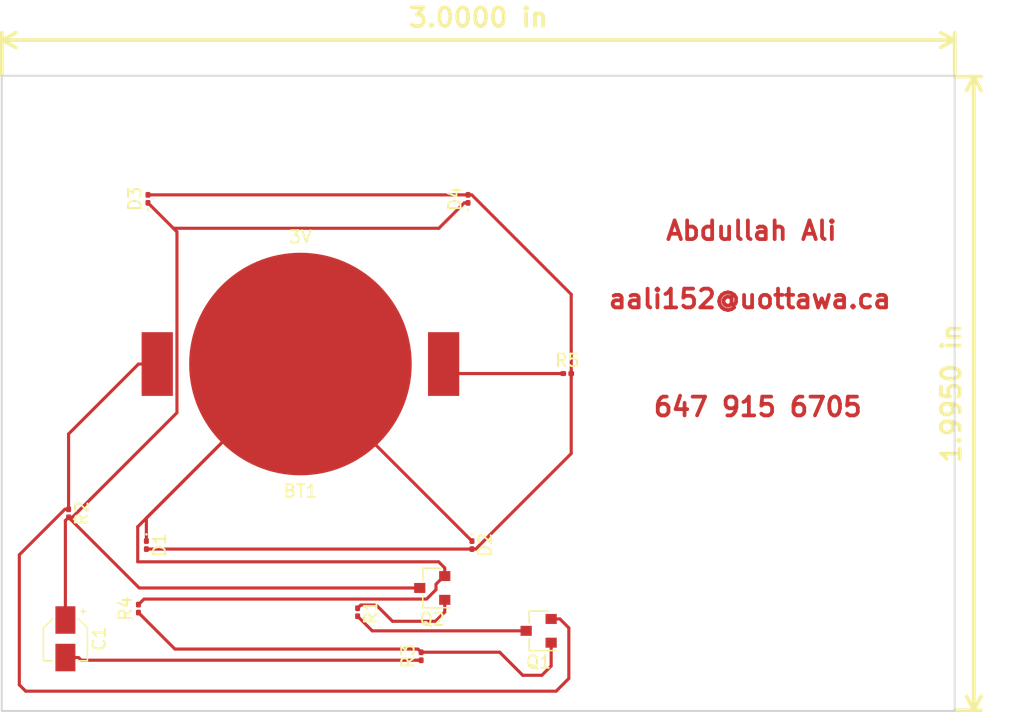
<source format=kicad_pcb>
(kicad_pcb (version 20171130) (host pcbnew "(5.0.2)-1")

  (general
    (thickness 1.6)
    (drawings 9)
    (tracks 74)
    (zones 0)
    (modules 13)
    (nets 9)
  )

  (page A4)
  (layers
    (0 F.Cu signal)
    (31 B.Cu signal hide)
    (32 B.Adhes user)
    (33 F.Adhes user hide)
    (34 B.Paste user hide)
    (35 F.Paste user hide)
    (36 B.SilkS user hide)
    (37 F.SilkS user)
    (38 B.Mask user hide)
    (39 F.Mask user hide)
    (40 Dwgs.User user hide)
    (41 Cmts.User user hide)
    (42 Eco1.User user hide)
    (43 Eco2.User user hide)
    (44 Edge.Cuts user)
    (45 Margin user hide)
    (46 B.CrtYd user hide)
    (47 F.CrtYd user)
    (48 B.Fab user hide)
    (49 F.Fab user hide)
  )

  (setup
    (last_trace_width 0.25)
    (trace_clearance 0.2)
    (zone_clearance 0.508)
    (zone_45_only no)
    (trace_min 0.2)
    (segment_width 0.2)
    (edge_width 0.15)
    (via_size 0.8)
    (via_drill 0.4)
    (via_min_size 0.4)
    (via_min_drill 0.3)
    (uvia_size 0.3)
    (uvia_drill 0.1)
    (uvias_allowed no)
    (uvia_min_size 0.2)
    (uvia_min_drill 0.1)
    (pcb_text_width 0.3)
    (pcb_text_size 1.5 1.5)
    (mod_edge_width 0.15)
    (mod_text_size 1 1)
    (mod_text_width 0.15)
    (pad_size 0.46 0.4)
    (pad_drill 0)
    (pad_to_mask_clearance 0.051)
    (solder_mask_min_width 0.25)
    (aux_axis_origin 0 0)
    (visible_elements 7FFFFFFF)
    (pcbplotparams
      (layerselection 0x010fc_ffffffff)
      (usegerberextensions false)
      (usegerberattributes false)
      (usegerberadvancedattributes false)
      (creategerberjobfile false)
      (excludeedgelayer true)
      (linewidth 0.100000)
      (plotframeref false)
      (viasonmask false)
      (mode 1)
      (useauxorigin false)
      (hpglpennumber 1)
      (hpglpenspeed 20)
      (hpglpendiameter 15.000000)
      (psnegative false)
      (psa4output false)
      (plotreference true)
      (plotvalue true)
      (plotinvisibletext false)
      (padsonsilk false)
      (subtractmaskfromsilk false)
      (outputformat 1)
      (mirror false)
      (drillshape 1)
      (scaleselection 1)
      (outputdirectory ""))
  )

  (net 0 "")
  (net 1 VDD)
  (net 2 GND)
  (net 3 "Net-(C1-Pad2)")
  (net 4 "Net-(D1-Pad2)")
  (net 5 "Net-(Q1-Pad1)")
  (net 6 "Net-(Q1-Pad3)")
  (net 7 "Net-(Q2-Pad1)")
  (net 8 "Net-(C1-Pad1)")

  (net_class Default "This is the default net class."
    (clearance 0.2)
    (trace_width 0.25)
    (via_dia 0.8)
    (via_drill 0.4)
    (uvia_dia 0.3)
    (uvia_drill 0.1)
    (add_net GND)
    (add_net "Net-(C1-Pad1)")
    (add_net "Net-(C1-Pad2)")
    (add_net "Net-(D1-Pad2)")
    (add_net "Net-(Q1-Pad1)")
    (add_net "Net-(Q1-Pad3)")
    (add_net "Net-(Q2-Pad1)")
    (add_net VDD)
  )

  (module CardElements:CR2032_HOLDER (layer F.Cu) (tedit 54CCE85E) (tstamp 5C606F4A)
    (at 103.886 83.058)
    (descr http://www.mouser.com/ds/2/238/bat-hld-001-220194.pdf)
    (tags "Linx Battery Holder 2032 bat-hld-001")
    (path /5C45F109)
    (fp_text reference BT1 (at 0 10.16) (layer F.SilkS)
      (effects (font (size 1 1) (thickness 0.15)))
    )
    (fp_text value 3V (at 0 -10.16) (layer F.SilkS)
      (effects (font (size 1 1) (thickness 0.15)))
    )
    (pad 1 smd rect (at -11.45 0) (size 2.5 5.1) (layers F.Cu F.Paste F.Mask)
      (net 1 VDD))
    (pad 1 smd rect (at 11.45 0) (size 2.5 5.1) (layers F.Cu F.Paste F.Mask)
      (net 1 VDD))
    (pad 2 smd circle (at 0 0) (size 17.8 17.8) (layers F.Cu F.Paste F.Mask)
      (net 2 GND))
  )

  (module Capacitor_SMD:CP_Elec_3x5.3 (layer F.Cu) (tedit 5B303299) (tstamp 5C606F6E)
    (at 85.09 105.029 270)
    (descr "SMT capacitor, aluminium electrolytic, 3x5.3, Cornell Dubilier Electronics ")
    (tags "Capacitor Electrolytic")
    (path /5C45EB8F)
    (attr smd)
    (fp_text reference C1 (at 0 -2.7 270) (layer F.SilkS)
      (effects (font (size 1 1) (thickness 0.15)))
    )
    (fp_text value 47nF (at 0 2.7 270) (layer F.Fab)
      (effects (font (size 1 1) (thickness 0.15)))
    )
    (fp_circle (center 0 0) (end 1.5 0) (layer F.Fab) (width 0.1))
    (fp_line (start 1.65 -1.65) (end 1.65 1.65) (layer F.Fab) (width 0.1))
    (fp_line (start -0.825 -1.65) (end 1.65 -1.65) (layer F.Fab) (width 0.1))
    (fp_line (start -0.825 1.65) (end 1.65 1.65) (layer F.Fab) (width 0.1))
    (fp_line (start -1.65 -0.825) (end -1.65 0.825) (layer F.Fab) (width 0.1))
    (fp_line (start -1.65 -0.825) (end -0.825 -1.65) (layer F.Fab) (width 0.1))
    (fp_line (start -1.65 0.825) (end -0.825 1.65) (layer F.Fab) (width 0.1))
    (fp_line (start -1.110469 -0.8) (end -0.810469 -0.8) (layer F.Fab) (width 0.1))
    (fp_line (start -0.960469 -0.95) (end -0.960469 -0.65) (layer F.Fab) (width 0.1))
    (fp_line (start 1.76 1.76) (end 1.76 1.06) (layer F.SilkS) (width 0.12))
    (fp_line (start 1.76 -1.76) (end 1.76 -1.06) (layer F.SilkS) (width 0.12))
    (fp_line (start -0.870563 -1.76) (end 1.76 -1.76) (layer F.SilkS) (width 0.12))
    (fp_line (start -0.870563 1.76) (end 1.76 1.76) (layer F.SilkS) (width 0.12))
    (fp_line (start -1.570563 -1.06) (end -0.870563 -1.76) (layer F.SilkS) (width 0.12))
    (fp_line (start -1.570563 1.06) (end -0.870563 1.76) (layer F.SilkS) (width 0.12))
    (fp_line (start -2.375 -1.435) (end -2 -1.435) (layer F.SilkS) (width 0.12))
    (fp_line (start -2.1875 -1.6225) (end -2.1875 -1.2475) (layer F.SilkS) (width 0.12))
    (fp_line (start 1.9 -1.9) (end 1.9 -1.05) (layer F.CrtYd) (width 0.05))
    (fp_line (start 1.9 -1.05) (end 2.85 -1.05) (layer F.CrtYd) (width 0.05))
    (fp_line (start 2.85 -1.05) (end 2.85 1.05) (layer F.CrtYd) (width 0.05))
    (fp_line (start 2.85 1.05) (end 1.9 1.05) (layer F.CrtYd) (width 0.05))
    (fp_line (start 1.9 1.05) (end 1.9 1.9) (layer F.CrtYd) (width 0.05))
    (fp_line (start -0.93 1.9) (end 1.9 1.9) (layer F.CrtYd) (width 0.05))
    (fp_line (start -0.93 -1.9) (end 1.9 -1.9) (layer F.CrtYd) (width 0.05))
    (fp_line (start -1.78 1.05) (end -0.93 1.9) (layer F.CrtYd) (width 0.05))
    (fp_line (start -1.78 -1.05) (end -0.93 -1.9) (layer F.CrtYd) (width 0.05))
    (fp_line (start -1.78 -1.05) (end -2.85 -1.05) (layer F.CrtYd) (width 0.05))
    (fp_line (start -2.85 -1.05) (end -2.85 1.05) (layer F.CrtYd) (width 0.05))
    (fp_line (start -2.85 1.05) (end -1.78 1.05) (layer F.CrtYd) (width 0.05))
    (fp_text user %R (at 0 0 270) (layer F.Fab)
      (effects (font (size 0.6 0.6) (thickness 0.09)))
    )
    (pad 1 smd rect (at -1.5 0 270) (size 2.2 1.6) (layers F.Cu F.Paste F.Mask)
      (net 8 "Net-(C1-Pad1)"))
    (pad 2 smd rect (at 1.5 0 270) (size 2.2 1.6) (layers F.Cu F.Paste F.Mask)
      (net 3 "Net-(C1-Pad2)"))
    (model ${KISYS3DMOD}/Capacitor_SMD.3dshapes/CP_Elec_3x5.3.wrl
      (at (xyz 0 0 0))
      (scale (xyz 1 1 1))
      (rotate (xyz 0 0 0))
    )
  )

  (module LED_SMD:LED_0201_0603Metric (layer F.Cu) (tedit 5B301BBE) (tstamp 5C606F82)
    (at 91.567 97.536 270)
    (descr "LED SMD 0201 (0603 Metric), square (rectangular) end terminal, IPC_7351 nominal, (Body size source: https://www.vishay.com/docs/20052/crcw0201e3.pdf), generated with kicad-footprint-generator")
    (tags LED)
    (path /5C45EC37)
    (attr smd)
    (fp_text reference D1 (at 0 -1.05 270) (layer F.SilkS)
      (effects (font (size 1 1) (thickness 0.15)))
    )
    (fp_text value LED (at 0 1.05 270) (layer F.Fab)
      (effects (font (size 1 1) (thickness 0.15)))
    )
    (fp_circle (center -0.86 0) (end -0.81 0) (layer F.SilkS) (width 0.1))
    (fp_line (start -0.3 0.15) (end -0.3 -0.15) (layer F.Fab) (width 0.1))
    (fp_line (start -0.3 -0.15) (end 0.3 -0.15) (layer F.Fab) (width 0.1))
    (fp_line (start 0.3 -0.15) (end 0.3 0.15) (layer F.Fab) (width 0.1))
    (fp_line (start 0.3 0.15) (end -0.3 0.15) (layer F.Fab) (width 0.1))
    (fp_line (start -0.2 0.15) (end -0.2 -0.15) (layer F.Fab) (width 0.1))
    (fp_line (start -0.1 0.15) (end -0.1 -0.15) (layer F.Fab) (width 0.1))
    (fp_line (start -0.7 0.35) (end -0.7 -0.35) (layer F.CrtYd) (width 0.05))
    (fp_line (start -0.7 -0.35) (end 0.7 -0.35) (layer F.CrtYd) (width 0.05))
    (fp_line (start 0.7 -0.35) (end 0.7 0.35) (layer F.CrtYd) (width 0.05))
    (fp_line (start 0.7 0.35) (end -0.7 0.35) (layer F.CrtYd) (width 0.05))
    (fp_text user %R (at 0 -0.68 270) (layer F.Fab)
      (effects (font (size 0.25 0.25) (thickness 0.04)))
    )
    (pad "" smd roundrect (at -0.345 0 270) (size 0.318 0.36) (layers F.Paste) (roundrect_rratio 0.25))
    (pad "" smd roundrect (at 0.345 0 270) (size 0.318 0.36) (layers F.Paste) (roundrect_rratio 0.25))
    (pad 1 smd roundrect (at -0.32 0 270) (size 0.46 0.4) (layers F.Cu F.Mask) (roundrect_rratio 0.25)
      (net 8 "Net-(C1-Pad1)"))
    (pad 2 smd roundrect (at 0.32 0 270) (size 0.46 0.4) (layers F.Cu F.Mask) (roundrect_rratio 0.25)
      (net 4 "Net-(D1-Pad2)"))
    (model ${KISYS3DMOD}/LED_SMD.3dshapes/LED_0201_0603Metric.wrl
      (at (xyz 0 0 0))
      (scale (xyz 1 1 1))
      (rotate (xyz 0 0 0))
    )
  )

  (module LED_SMD:LED_0201_0603Metric (layer F.Cu) (tedit 5B301BBE) (tstamp 5C606F96)
    (at 117.602 97.536 270)
    (descr "LED SMD 0201 (0603 Metric), square (rectangular) end terminal, IPC_7351 nominal, (Body size source: https://www.vishay.com/docs/20052/crcw0201e3.pdf), generated with kicad-footprint-generator")
    (tags LED)
    (path /5C45EDB9)
    (attr smd)
    (fp_text reference D2 (at 0 -1.05 270) (layer F.SilkS)
      (effects (font (size 1 1) (thickness 0.15)))
    )
    (fp_text value LED (at 0 1.05 270) (layer F.Fab)
      (effects (font (size 1 1) (thickness 0.15)))
    )
    (fp_circle (center -0.86 0) (end -0.81 0) (layer F.SilkS) (width 0.1))
    (fp_line (start -0.3 0.15) (end -0.3 -0.15) (layer F.Fab) (width 0.1))
    (fp_line (start -0.3 -0.15) (end 0.3 -0.15) (layer F.Fab) (width 0.1))
    (fp_line (start 0.3 -0.15) (end 0.3 0.15) (layer F.Fab) (width 0.1))
    (fp_line (start 0.3 0.15) (end -0.3 0.15) (layer F.Fab) (width 0.1))
    (fp_line (start -0.2 0.15) (end -0.2 -0.15) (layer F.Fab) (width 0.1))
    (fp_line (start -0.1 0.15) (end -0.1 -0.15) (layer F.Fab) (width 0.1))
    (fp_line (start -0.7 0.35) (end -0.7 -0.35) (layer F.CrtYd) (width 0.05))
    (fp_line (start -0.7 -0.35) (end 0.7 -0.35) (layer F.CrtYd) (width 0.05))
    (fp_line (start 0.7 -0.35) (end 0.7 0.35) (layer F.CrtYd) (width 0.05))
    (fp_line (start 0.7 0.35) (end -0.7 0.35) (layer F.CrtYd) (width 0.05))
    (fp_text user %R (at 0 -0.68 270) (layer F.Fab)
      (effects (font (size 0.25 0.25) (thickness 0.04)))
    )
    (pad "" smd roundrect (at -0.345 0 270) (size 0.318 0.36) (layers F.Paste) (roundrect_rratio 0.25))
    (pad "" smd roundrect (at 0.345 0 270) (size 0.318 0.36) (layers F.Paste) (roundrect_rratio 0.25))
    (pad 1 smd roundrect (at -0.32 0 270) (size 0.46 0.4) (layers F.Cu F.Mask) (roundrect_rratio 0.25)
      (net 8 "Net-(C1-Pad1)"))
    (pad 2 smd roundrect (at 0.32 0 270) (size 0.46 0.4) (layers F.Cu F.Mask) (roundrect_rratio 0.25)
      (net 4 "Net-(D1-Pad2)"))
    (model ${KISYS3DMOD}/LED_SMD.3dshapes/LED_0201_0603Metric.wrl
      (at (xyz 0 0 0))
      (scale (xyz 1 1 1))
      (rotate (xyz 0 0 0))
    )
  )

  (module LED_SMD:LED_0201_0603Metric (layer F.Cu) (tedit 5C49B351) (tstamp 5C606FAA)
    (at 91.694 69.85 90)
    (descr "LED SMD 0201 (0603 Metric), square (rectangular) end terminal, IPC_7351 nominal, (Body size source: https://www.vishay.com/docs/20052/crcw0201e3.pdf), generated with kicad-footprint-generator")
    (tags LED)
    (path /5C45ED1C)
    (attr smd)
    (fp_text reference D3 (at 0 -1.05 90) (layer F.SilkS)
      (effects (font (size 1 1) (thickness 0.15)))
    )
    (fp_text value LED (at 0 1.05 90) (layer F.Fab)
      (effects (font (size 1 1) (thickness 0.15)))
    )
    (fp_text user %R (at 0 -0.68 90) (layer F.Fab)
      (effects (font (size 0.25 0.25) (thickness 0.04)))
    )
    (fp_line (start 0.7 0.35) (end -0.7 0.35) (layer F.CrtYd) (width 0.05))
    (fp_line (start 0.7 -0.35) (end 0.7 0.35) (layer F.CrtYd) (width 0.05))
    (fp_line (start -0.7 -0.35) (end 0.7 -0.35) (layer F.CrtYd) (width 0.05))
    (fp_line (start -0.7 0.35) (end -0.7 -0.35) (layer F.CrtYd) (width 0.05))
    (fp_line (start -0.1 0.15) (end -0.1 -0.15) (layer F.Fab) (width 0.1))
    (fp_line (start -0.2 0.15) (end -0.2 -0.15) (layer F.Fab) (width 0.1))
    (fp_line (start 0.3 0.15) (end -0.3 0.15) (layer F.Fab) (width 0.1))
    (fp_line (start 0.3 -0.15) (end 0.3 0.15) (layer F.Fab) (width 0.1))
    (fp_line (start -0.3 -0.15) (end 0.3 -0.15) (layer F.Fab) (width 0.1))
    (fp_line (start -0.3 0.15) (end -0.3 -0.15) (layer F.Fab) (width 0.1))
    (fp_circle (center -0.86 0) (end -0.81 0) (layer F.SilkS) (width 0.1))
    (pad 2 smd roundrect (at 0.32 0 90) (size 0.46 0.4) (layers F.Cu F.Mask) (roundrect_rratio 0.25)
      (net 4 "Net-(D1-Pad2)"))
    (pad 1 smd roundrect (at -0.32 0 90) (size 0.46 0.4) (layers F.Cu F.Mask) (roundrect_rratio 0.25)
      (net 8 "Net-(C1-Pad1)"))
    (pad "" smd roundrect (at 0.345 0 90) (size 0.318 0.36) (layers F.Paste) (roundrect_rratio 0.25))
    (pad "" smd roundrect (at -0.345 0 90) (size 0.318 0.36) (layers F.Paste) (roundrect_rratio 0.25))
    (model ${KISYS3DMOD}/LED_SMD.3dshapes/LED_0201_0603Metric.wrl
      (at (xyz 0 0 0))
      (scale (xyz 1 1 1))
      (rotate (xyz 0 0 0))
    )
  )

  (module LED_SMD:LED_0201_0603Metric (layer F.Cu) (tedit 5B301BBE) (tstamp 5C606FBE)
    (at 117.287 69.85 90)
    (descr "LED SMD 0201 (0603 Metric), square (rectangular) end terminal, IPC_7351 nominal, (Body size source: https://www.vishay.com/docs/20052/crcw0201e3.pdf), generated with kicad-footprint-generator")
    (tags LED)
    (path /5C45EE19)
    (attr smd)
    (fp_text reference D4 (at 0 -1.05 90) (layer F.SilkS)
      (effects (font (size 1 1) (thickness 0.15)))
    )
    (fp_text value LED (at 0 1.05 90) (layer F.Fab)
      (effects (font (size 1 1) (thickness 0.15)))
    )
    (fp_text user %R (at 0 -0.68 90) (layer F.Fab)
      (effects (font (size 0.25 0.25) (thickness 0.04)))
    )
    (fp_line (start 0.7 0.35) (end -0.7 0.35) (layer F.CrtYd) (width 0.05))
    (fp_line (start 0.7 -0.35) (end 0.7 0.35) (layer F.CrtYd) (width 0.05))
    (fp_line (start -0.7 -0.35) (end 0.7 -0.35) (layer F.CrtYd) (width 0.05))
    (fp_line (start -0.7 0.35) (end -0.7 -0.35) (layer F.CrtYd) (width 0.05))
    (fp_line (start -0.1 0.15) (end -0.1 -0.15) (layer F.Fab) (width 0.1))
    (fp_line (start -0.2 0.15) (end -0.2 -0.15) (layer F.Fab) (width 0.1))
    (fp_line (start 0.3 0.15) (end -0.3 0.15) (layer F.Fab) (width 0.1))
    (fp_line (start 0.3 -0.15) (end 0.3 0.15) (layer F.Fab) (width 0.1))
    (fp_line (start -0.3 -0.15) (end 0.3 -0.15) (layer F.Fab) (width 0.1))
    (fp_line (start -0.3 0.15) (end -0.3 -0.15) (layer F.Fab) (width 0.1))
    (fp_circle (center -0.86 0) (end -0.81 0) (layer F.SilkS) (width 0.1))
    (pad 2 smd roundrect (at 0.32 0 90) (size 0.46 0.4) (layers F.Cu F.Mask) (roundrect_rratio 0.25)
      (net 4 "Net-(D1-Pad2)"))
    (pad 1 smd roundrect (at -0.32 0 90) (size 0.46 0.4) (layers F.Cu F.Mask) (roundrect_rratio 0.25)
      (net 8 "Net-(C1-Pad1)"))
    (pad "" smd roundrect (at 0.345 0 90) (size 0.318 0.36) (layers F.Paste) (roundrect_rratio 0.25))
    (pad "" smd roundrect (at -0.345 0 90) (size 0.318 0.36) (layers F.Paste) (roundrect_rratio 0.25))
    (model ${KISYS3DMOD}/LED_SMD.3dshapes/LED_0201_0603Metric.wrl
      (at (xyz 0 0 0))
      (scale (xyz 1 1 1))
      (rotate (xyz 0 0 0))
    )
  )

  (module Package_TO_SOT_SMD:SOT-23 (layer F.Cu) (tedit 5A02FF57) (tstamp 5C607892)
    (at 122.936 104.394 180)
    (descr "SOT-23, Standard")
    (tags SOT-23)
    (path /5C45EF17)
    (attr smd)
    (fp_text reference Q1 (at 0 -2.5 180) (layer F.SilkS)
      (effects (font (size 1 1) (thickness 0.15)))
    )
    (fp_text value BC807 (at 0 2.5 180) (layer F.Fab)
      (effects (font (size 1 1) (thickness 0.15)))
    )
    (fp_text user %R (at 0 0 -90) (layer F.Fab)
      (effects (font (size 0.5 0.5) (thickness 0.075)))
    )
    (fp_line (start -0.7 -0.95) (end -0.7 1.5) (layer F.Fab) (width 0.1))
    (fp_line (start -0.15 -1.52) (end 0.7 -1.52) (layer F.Fab) (width 0.1))
    (fp_line (start -0.7 -0.95) (end -0.15 -1.52) (layer F.Fab) (width 0.1))
    (fp_line (start 0.7 -1.52) (end 0.7 1.52) (layer F.Fab) (width 0.1))
    (fp_line (start -0.7 1.52) (end 0.7 1.52) (layer F.Fab) (width 0.1))
    (fp_line (start 0.76 1.58) (end 0.76 0.65) (layer F.SilkS) (width 0.12))
    (fp_line (start 0.76 -1.58) (end 0.76 -0.65) (layer F.SilkS) (width 0.12))
    (fp_line (start -1.7 -1.75) (end 1.7 -1.75) (layer F.CrtYd) (width 0.05))
    (fp_line (start 1.7 -1.75) (end 1.7 1.75) (layer F.CrtYd) (width 0.05))
    (fp_line (start 1.7 1.75) (end -1.7 1.75) (layer F.CrtYd) (width 0.05))
    (fp_line (start -1.7 1.75) (end -1.7 -1.75) (layer F.CrtYd) (width 0.05))
    (fp_line (start 0.76 -1.58) (end -1.4 -1.58) (layer F.SilkS) (width 0.12))
    (fp_line (start 0.76 1.58) (end -0.7 1.58) (layer F.SilkS) (width 0.12))
    (pad 1 smd rect (at -1 -0.95 180) (size 0.9 0.8) (layers F.Cu F.Paste F.Mask)
      (net 5 "Net-(Q1-Pad1)"))
    (pad 2 smd rect (at -1 0.95 180) (size 0.9 0.8) (layers F.Cu F.Paste F.Mask)
      (net 1 VDD))
    (pad 3 smd rect (at 1 0 180) (size 0.9 0.8) (layers F.Cu F.Paste F.Mask)
      (net 6 "Net-(Q1-Pad3)"))
    (model ${KISYS3DMOD}/Package_TO_SOT_SMD.3dshapes/SOT-23.wrl
      (at (xyz 0 0 0))
      (scale (xyz 1 1 1))
      (rotate (xyz 0 0 0))
    )
  )

  (module Package_TO_SOT_SMD:SOT-23 (layer F.Cu) (tedit 5A02FF57) (tstamp 5C606FE8)
    (at 114.427 100.965 180)
    (descr "SOT-23, Standard")
    (tags SOT-23)
    (path /5C45EFC7)
    (attr smd)
    (fp_text reference Q2 (at 0 -2.5 180) (layer F.SilkS)
      (effects (font (size 1 1) (thickness 0.15)))
    )
    (fp_text value BC817 (at 0 2.5 180) (layer F.Fab)
      (effects (font (size 1 1) (thickness 0.15)))
    )
    (fp_line (start 0.76 1.58) (end -0.7 1.58) (layer F.SilkS) (width 0.12))
    (fp_line (start 0.76 -1.58) (end -1.4 -1.58) (layer F.SilkS) (width 0.12))
    (fp_line (start -1.7 1.75) (end -1.7 -1.75) (layer F.CrtYd) (width 0.05))
    (fp_line (start 1.7 1.75) (end -1.7 1.75) (layer F.CrtYd) (width 0.05))
    (fp_line (start 1.7 -1.75) (end 1.7 1.75) (layer F.CrtYd) (width 0.05))
    (fp_line (start -1.7 -1.75) (end 1.7 -1.75) (layer F.CrtYd) (width 0.05))
    (fp_line (start 0.76 -1.58) (end 0.76 -0.65) (layer F.SilkS) (width 0.12))
    (fp_line (start 0.76 1.58) (end 0.76 0.65) (layer F.SilkS) (width 0.12))
    (fp_line (start -0.7 1.52) (end 0.7 1.52) (layer F.Fab) (width 0.1))
    (fp_line (start 0.7 -1.52) (end 0.7 1.52) (layer F.Fab) (width 0.1))
    (fp_line (start -0.7 -0.95) (end -0.15 -1.52) (layer F.Fab) (width 0.1))
    (fp_line (start -0.15 -1.52) (end 0.7 -1.52) (layer F.Fab) (width 0.1))
    (fp_line (start -0.7 -0.95) (end -0.7 1.5) (layer F.Fab) (width 0.1))
    (fp_text user %R (at 0 0.254) (layer F.Fab)
      (effects (font (size 0.5 0.5) (thickness 0.075)))
    )
    (pad 3 smd rect (at 1 0 180) (size 0.9 0.8) (layers F.Cu F.Paste F.Mask)
      (net 8 "Net-(C1-Pad1)"))
    (pad 2 smd rect (at -1 0.95 180) (size 0.9 0.8) (layers F.Cu F.Paste F.Mask)
      (net 2 GND))
    (pad 1 smd rect (at -1 -0.95 180) (size 0.9 0.8) (layers F.Cu F.Paste F.Mask)
      (net 7 "Net-(Q2-Pad1)"))
    (model ${KISYS3DMOD}/Package_TO_SOT_SMD.3dshapes/SOT-23.wrl
      (at (xyz 0 0 0))
      (scale (xyz 1 1 1))
      (rotate (xyz 0 0 0))
    )
  )

  (module Resistor_SMD:R_0201_0603Metric (layer F.Cu) (tedit 5B301BBD) (tstamp 5C606FF9)
    (at 108.458 102.906 270)
    (descr "Resistor SMD 0201 (0603 Metric), square (rectangular) end terminal, IPC_7351 nominal, (Body size source: https://www.vishay.com/docs/20052/crcw0201e3.pdf), generated with kicad-footprint-generator")
    (tags resistor)
    (path /5C45EA3F)
    (attr smd)
    (fp_text reference R1 (at 0 -1.05 270) (layer F.SilkS)
      (effects (font (size 1 1) (thickness 0.15)))
    )
    (fp_text value "22 Ohm" (at 0 1.05 270) (layer F.Fab)
      (effects (font (size 1 1) (thickness 0.15)))
    )
    (fp_line (start -0.3 0.15) (end -0.3 -0.15) (layer F.Fab) (width 0.1))
    (fp_line (start -0.3 -0.15) (end 0.3 -0.15) (layer F.Fab) (width 0.1))
    (fp_line (start 0.3 -0.15) (end 0.3 0.15) (layer F.Fab) (width 0.1))
    (fp_line (start 0.3 0.15) (end -0.3 0.15) (layer F.Fab) (width 0.1))
    (fp_line (start -0.7 0.35) (end -0.7 -0.35) (layer F.CrtYd) (width 0.05))
    (fp_line (start -0.7 -0.35) (end 0.7 -0.35) (layer F.CrtYd) (width 0.05))
    (fp_line (start 0.7 -0.35) (end 0.7 0.35) (layer F.CrtYd) (width 0.05))
    (fp_line (start 0.7 0.35) (end -0.7 0.35) (layer F.CrtYd) (width 0.05))
    (fp_text user %R (at 0 -0.68 270) (layer F.Fab)
      (effects (font (size 0.25 0.25) (thickness 0.04)))
    )
    (pad "" smd roundrect (at -0.345 0 270) (size 0.318 0.36) (layers F.Paste) (roundrect_rratio 0.25))
    (pad "" smd roundrect (at 0.345 0 270) (size 0.318 0.36) (layers F.Paste) (roundrect_rratio 0.25))
    (pad 1 smd roundrect (at -0.32 0 270) (size 0.46 0.4) (layers F.Cu F.Mask) (roundrect_rratio 0.25)
      (net 7 "Net-(Q2-Pad1)"))
    (pad 2 smd roundrect (at 0.32 0 270) (size 0.46 0.4) (layers F.Cu F.Mask) (roundrect_rratio 0.25)
      (net 6 "Net-(Q1-Pad3)"))
    (model ${KISYS3DMOD}/Resistor_SMD.3dshapes/R_0201_0603Metric.wrl
      (at (xyz 0 0 0))
      (scale (xyz 1 1 1))
      (rotate (xyz 0 0 0))
    )
  )

  (module Resistor_SMD:R_0201_0603Metric (layer F.Cu) (tedit 5B301BBD) (tstamp 5C60700A)
    (at 85.344 94.996 270)
    (descr "Resistor SMD 0201 (0603 Metric), square (rectangular) end terminal, IPC_7351 nominal, (Body size source: https://www.vishay.com/docs/20052/crcw0201e3.pdf), generated with kicad-footprint-generator")
    (tags resistor)
    (path /5C45EB11)
    (attr smd)
    (fp_text reference R2 (at 0 -1.05 270) (layer F.SilkS)
      (effects (font (size 1 1) (thickness 0.15)))
    )
    (fp_text value "220 Ohm" (at 0 1.05 270) (layer F.Fab)
      (effects (font (size 1 1) (thickness 0.15)))
    )
    (fp_line (start -0.3 0.15) (end -0.3 -0.15) (layer F.Fab) (width 0.1))
    (fp_line (start -0.3 -0.15) (end 0.3 -0.15) (layer F.Fab) (width 0.1))
    (fp_line (start 0.3 -0.15) (end 0.3 0.15) (layer F.Fab) (width 0.1))
    (fp_line (start 0.3 0.15) (end -0.3 0.15) (layer F.Fab) (width 0.1))
    (fp_line (start -0.7 0.35) (end -0.7 -0.35) (layer F.CrtYd) (width 0.05))
    (fp_line (start -0.7 -0.35) (end 0.7 -0.35) (layer F.CrtYd) (width 0.05))
    (fp_line (start 0.7 -0.35) (end 0.7 0.35) (layer F.CrtYd) (width 0.05))
    (fp_line (start 0.7 0.35) (end -0.7 0.35) (layer F.CrtYd) (width 0.05))
    (fp_text user %R (at 0 -0.68 270) (layer F.Fab)
      (effects (font (size 0.25 0.25) (thickness 0.04)))
    )
    (pad "" smd roundrect (at -0.345 0 270) (size 0.318 0.36) (layers F.Paste) (roundrect_rratio 0.25))
    (pad "" smd roundrect (at 0.345 0 270) (size 0.318 0.36) (layers F.Paste) (roundrect_rratio 0.25))
    (pad 1 smd roundrect (at -0.32 0 270) (size 0.46 0.4) (layers F.Cu F.Mask) (roundrect_rratio 0.25)
      (net 1 VDD))
    (pad 2 smd roundrect (at 0.32 0 270) (size 0.46 0.4) (layers F.Cu F.Mask) (roundrect_rratio 0.25)
      (net 8 "Net-(C1-Pad1)"))
    (model ${KISYS3DMOD}/Resistor_SMD.3dshapes/R_0201_0603Metric.wrl
      (at (xyz 0 0 0))
      (scale (xyz 1 1 1))
      (rotate (xyz 0 0 0))
    )
  )

  (module Resistor_SMD:R_0201_0603Metric (layer F.Cu) (tedit 5B301BBD) (tstamp 5C60701B)
    (at 113.538 106.426 90)
    (descr "Resistor SMD 0201 (0603 Metric), square (rectangular) end terminal, IPC_7351 nominal, (Body size source: https://www.vishay.com/docs/20052/crcw0201e3.pdf), generated with kicad-footprint-generator")
    (tags resistor)
    (path /5C45E917)
    (attr smd)
    (fp_text reference R3 (at 0 -1.05 90) (layer F.SilkS)
      (effects (font (size 1 1) (thickness 0.15)))
    )
    (fp_text value "2.2k Ohm" (at 0 1.05 90) (layer F.Fab)
      (effects (font (size 1 1) (thickness 0.15)))
    )
    (fp_line (start -0.3 0.15) (end -0.3 -0.15) (layer F.Fab) (width 0.1))
    (fp_line (start -0.3 -0.15) (end 0.3 -0.15) (layer F.Fab) (width 0.1))
    (fp_line (start 0.3 -0.15) (end 0.3 0.15) (layer F.Fab) (width 0.1))
    (fp_line (start 0.3 0.15) (end -0.3 0.15) (layer F.Fab) (width 0.1))
    (fp_line (start -0.7 0.35) (end -0.7 -0.35) (layer F.CrtYd) (width 0.05))
    (fp_line (start -0.7 -0.35) (end 0.7 -0.35) (layer F.CrtYd) (width 0.05))
    (fp_line (start 0.7 -0.35) (end 0.7 0.35) (layer F.CrtYd) (width 0.05))
    (fp_line (start 0.7 0.35) (end -0.7 0.35) (layer F.CrtYd) (width 0.05))
    (fp_text user %R (at 0 -0.68 90) (layer F.Fab)
      (effects (font (size 0.25 0.25) (thickness 0.04)))
    )
    (pad "" smd roundrect (at -0.345 0 90) (size 0.318 0.36) (layers F.Paste) (roundrect_rratio 0.25))
    (pad "" smd roundrect (at 0.345 0 90) (size 0.318 0.36) (layers F.Paste) (roundrect_rratio 0.25))
    (pad 1 smd roundrect (at -0.32 0 90) (size 0.46 0.4) (layers F.Cu F.Mask) (roundrect_rratio 0.25)
      (net 3 "Net-(C1-Pad2)"))
    (pad 2 smd roundrect (at 0.32 0 90) (size 0.46 0.4) (layers F.Cu F.Mask) (roundrect_rratio 0.25)
      (net 5 "Net-(Q1-Pad1)"))
    (model ${KISYS3DMOD}/Resistor_SMD.3dshapes/R_0201_0603Metric.wrl
      (at (xyz 0 0 0))
      (scale (xyz 1 1 1))
      (rotate (xyz 0 0 0))
    )
  )

  (module Resistor_SMD:R_0201_0603Metric (layer F.Cu) (tedit 5B301BBD) (tstamp 5C607960)
    (at 90.932 102.616 90)
    (descr "Resistor SMD 0201 (0603 Metric), square (rectangular) end terminal, IPC_7351 nominal, (Body size source: https://www.vishay.com/docs/20052/crcw0201e3.pdf), generated with kicad-footprint-generator")
    (tags resistor)
    (path /5C45E9B7)
    (attr smd)
    (fp_text reference R4 (at 0 -1.05 90) (layer F.SilkS)
      (effects (font (size 1 1) (thickness 0.15)))
    )
    (fp_text value "4M Ohm" (at 0 1.05 90) (layer F.Fab)
      (effects (font (size 1 1) (thickness 0.15)))
    )
    (fp_text user %R (at 0 -0.68 90) (layer F.Fab)
      (effects (font (size 0.25 0.25) (thickness 0.04)))
    )
    (fp_line (start 0.7 0.35) (end -0.7 0.35) (layer F.CrtYd) (width 0.05))
    (fp_line (start 0.7 -0.35) (end 0.7 0.35) (layer F.CrtYd) (width 0.05))
    (fp_line (start -0.7 -0.35) (end 0.7 -0.35) (layer F.CrtYd) (width 0.05))
    (fp_line (start -0.7 0.35) (end -0.7 -0.35) (layer F.CrtYd) (width 0.05))
    (fp_line (start 0.3 0.15) (end -0.3 0.15) (layer F.Fab) (width 0.1))
    (fp_line (start 0.3 -0.15) (end 0.3 0.15) (layer F.Fab) (width 0.1))
    (fp_line (start -0.3 -0.15) (end 0.3 -0.15) (layer F.Fab) (width 0.1))
    (fp_line (start -0.3 0.15) (end -0.3 -0.15) (layer F.Fab) (width 0.1))
    (pad 2 smd roundrect (at 0.32 0 90) (size 0.46 0.4) (layers F.Cu F.Mask) (roundrect_rratio 0.25)
      (net 2 GND))
    (pad 1 smd roundrect (at -0.32 0 90) (size 0.46 0.4) (layers F.Cu F.Mask) (roundrect_rratio 0.25)
      (net 5 "Net-(Q1-Pad1)"))
    (pad "" smd roundrect (at 0.345 0 90) (size 0.318 0.36) (layers F.Paste) (roundrect_rratio 0.25))
    (pad "" smd roundrect (at -0.345 0 90) (size 0.318 0.36) (layers F.Paste) (roundrect_rratio 0.25))
    (model ${KISYS3DMOD}/Resistor_SMD.3dshapes/R_0201_0603Metric.wrl
      (at (xyz 0 0 0))
      (scale (xyz 1 1 1))
      (rotate (xyz 0 0 0))
    )
  )

  (module Resistor_SMD:R_0201_0603Metric (layer F.Cu) (tedit 5B301BBD) (tstamp 5C60703D)
    (at 125.222 83.82)
    (descr "Resistor SMD 0201 (0603 Metric), square (rectangular) end terminal, IPC_7351 nominal, (Body size source: https://www.vishay.com/docs/20052/crcw0201e3.pdf), generated with kicad-footprint-generator")
    (tags resistor)
    (path /5C45EAC4)
    (attr smd)
    (fp_text reference R5 (at 0 -1.05) (layer F.SilkS)
      (effects (font (size 1 1) (thickness 0.15)))
    )
    (fp_text value "1 Ohm" (at 0 1.05) (layer F.Fab)
      (effects (font (size 1 1) (thickness 0.15)))
    )
    (fp_text user %R (at 0 -0.68) (layer F.Fab)
      (effects (font (size 0.25 0.25) (thickness 0.04)))
    )
    (fp_line (start 0.7 0.35) (end -0.7 0.35) (layer F.CrtYd) (width 0.05))
    (fp_line (start 0.7 -0.35) (end 0.7 0.35) (layer F.CrtYd) (width 0.05))
    (fp_line (start -0.7 -0.35) (end 0.7 -0.35) (layer F.CrtYd) (width 0.05))
    (fp_line (start -0.7 0.35) (end -0.7 -0.35) (layer F.CrtYd) (width 0.05))
    (fp_line (start 0.3 0.15) (end -0.3 0.15) (layer F.Fab) (width 0.1))
    (fp_line (start 0.3 -0.15) (end 0.3 0.15) (layer F.Fab) (width 0.1))
    (fp_line (start -0.3 -0.15) (end 0.3 -0.15) (layer F.Fab) (width 0.1))
    (fp_line (start -0.3 0.15) (end -0.3 -0.15) (layer F.Fab) (width 0.1))
    (pad 2 smd roundrect (at 0.32 0) (size 0.46 0.4) (layers F.Cu F.Mask) (roundrect_rratio 0.25)
      (net 4 "Net-(D1-Pad2)"))
    (pad 1 smd roundrect (at -0.32 0) (size 0.46 0.4) (layers F.Cu F.Mask) (roundrect_rratio 0.25)
      (net 1 VDD))
    (pad "" smd roundrect (at 0.345 0) (size 0.318 0.36) (layers F.Paste) (roundrect_rratio 0.25))
    (pad "" smd roundrect (at -0.345 0) (size 0.318 0.36) (layers F.Paste) (roundrect_rratio 0.25))
    (model ${KISYS3DMOD}/Resistor_SMD.3dshapes/R_0201_0603Metric.wrl
      (at (xyz 0 0 0))
      (scale (xyz 1 1 1))
      (rotate (xyz 0 0 0))
    )
  )

  (gr_text "647 915 6705" (at 140.462 86.487) (layer F.Cu)
    (effects (font (size 1.5 1.5) (thickness 0.3)))
  )
  (gr_text "aali152@uottawa.ca\n" (at 139.827 77.851) (layer F.Cu)
    (effects (font (size 1.5 1.5) (thickness 0.3)))
  )
  (gr_text "Abdullah Ali" (at 139.954 72.39) (layer F.Cu)
    (effects (font (size 1.5 1.5) (thickness 0.3)))
  )
  (dimension 50.673 (width 0.3) (layer F.SilkS)
    (gr_text "50.673 mm" (at 159.834 85.4075 90) (layer F.SilkS) (tstamp 5C49FD82)
      (effects (font (size 1.5 1.5) (thickness 0.3)))
    )
    (feature1 (pts (xy 156.21 60.071) (xy 158.320421 60.071)))
    (feature2 (pts (xy 156.21 110.744) (xy 158.320421 110.744)))
    (crossbar (pts (xy 157.734 110.744) (xy 157.734 60.071)))
    (arrow1a (pts (xy 157.734 60.071) (xy 158.320421 61.197504)))
    (arrow1b (pts (xy 157.734 60.071) (xy 157.147579 61.197504)))
    (arrow2a (pts (xy 157.734 110.744) (xy 158.320421 109.617496)))
    (arrow2b (pts (xy 157.734 110.744) (xy 157.147579 109.617496)))
  )
  (dimension 76.2 (width 0.3) (layer F.SilkS)
    (gr_text "76.200 mm" (at 118.11 55.05) (layer F.SilkS)
      (effects (font (size 1.5 1.5) (thickness 0.3)))
    )
    (feature1 (pts (xy 80.01 59.944) (xy 80.01 56.563579)))
    (feature2 (pts (xy 156.21 59.944) (xy 156.21 56.563579)))
    (crossbar (pts (xy 156.21 57.15) (xy 80.01 57.15)))
    (arrow1a (pts (xy 80.01 57.15) (xy 81.136504 56.563579)))
    (arrow1b (pts (xy 80.01 57.15) (xy 81.136504 57.736421)))
    (arrow2a (pts (xy 156.21 57.15) (xy 155.083496 56.563579)))
    (arrow2b (pts (xy 156.21 57.15) (xy 155.083496 57.736421)))
  )
  (gr_line (start 80 110.8) (end 80 60) (layer Edge.Cuts) (width 0.15))
  (gr_line (start 80 110.8) (end 156.2 110.8) (layer Edge.Cuts) (width 0.15))
  (gr_line (start 156.2 60) (end 156.2 110.8) (layer Edge.Cuts) (width 0.15))
  (gr_line (start 80 60) (end 156.2 60) (layer Edge.Cuts) (width 0.15))

  (segment (start 116.098 83.82) (end 115.336 83.058) (width 0.25) (layer F.Cu) (net 1))
  (segment (start 124.902 83.82) (end 116.098 83.82) (width 0.25) (layer F.Cu) (net 1))
  (segment (start 90.936 83.058) (end 92.436 83.058) (width 0.25) (layer F.Cu) (net 1))
  (segment (start 85.344 88.65) (end 90.936 83.058) (width 0.25) (layer F.Cu) (net 1))
  (segment (start 85.344 94.676) (end 85.344 88.65) (width 0.25) (layer F.Cu) (net 1))
  (segment (start 85.044 94.676) (end 85.344 94.676) (width 0.25) (layer F.Cu) (net 1))
  (segment (start 81.407 98.313) (end 85.044 94.676) (width 0.25) (layer F.Cu) (net 1))
  (segment (start 81.407 108.712) (end 81.407 98.313) (width 0.25) (layer F.Cu) (net 1))
  (segment (start 123.936 103.444) (end 124.636 103.444) (width 0.25) (layer F.Cu) (net 1))
  (segment (start 124.636 103.444) (end 125.349 104.157) (width 0.25) (layer F.Cu) (net 1))
  (segment (start 125.349 104.157) (end 125.349 108.204) (width 0.25) (layer F.Cu) (net 1))
  (segment (start 125.349 108.204) (end 124.333 109.22) (width 0.25) (layer F.Cu) (net 1))
  (segment (start 124.333 109.22) (end 81.915 109.22) (width 0.25) (layer F.Cu) (net 1))
  (segment (start 81.915 109.22) (end 81.407 108.712) (width 0.25) (layer F.Cu) (net 1))
  (segment (start 103.886 82.362) (end 103.886 83.058) (width 0.25) (layer F.Cu) (net 2))
  (segment (start 91.567 95.377) (end 103.886 83.058) (width 0.25) (layer F.Cu) (net 2))
  (segment (start 103.886 83.5) (end 103.886 83.058) (width 0.25) (layer F.Cu) (net 2))
  (segment (start 91.567 97.216) (end 91.567 95.504) (width 0.25) (layer F.Cu) (net 2))
  (segment (start 91.567 95.504) (end 91.567 95.377) (width 0.25) (layer F.Cu) (net 2))
  (segment (start 117.602 97.216) (end 103.886 83.5) (width 0.25) (layer F.Cu) (net 2))
  (segment (start 115.427 99.365) (end 114.935 98.873) (width 0.25) (layer F.Cu) (net 2))
  (segment (start 115.427 100.015) (end 115.427 99.365) (width 0.25) (layer F.Cu) (net 2))
  (segment (start 114.935 98.873) (end 90.872 98.873) (width 0.25) (layer F.Cu) (net 2))
  (segment (start 90.872 96.072) (end 103.886 83.058) (width 0.25) (layer F.Cu) (net 2))
  (segment (start 90.872 98.873) (end 90.872 96.072) (width 0.25) (layer F.Cu) (net 2))
  (segment (start 115.377 100.015) (end 115.427 100.015) (width 0.25) (layer F.Cu) (net 2))
  (segment (start 114.727 100.665) (end 115.377 100.015) (width 0.25) (layer F.Cu) (net 2))
  (segment (start 114.727 101.100002) (end 114.727 100.665) (width 0.25) (layer F.Cu) (net 2))
  (segment (start 113.973002 101.854) (end 114.727 101.100002) (width 0.25) (layer F.Cu) (net 2))
  (segment (start 91.374 101.854) (end 113.973002 101.854) (width 0.25) (layer F.Cu) (net 2))
  (segment (start 90.932 102.296) (end 91.374 101.854) (width 0.25) (layer F.Cu) (net 2))
  (segment (start 113.238 106.746) (end 113.538 106.746) (width 0.25) (layer F.Cu) (net 3))
  (segment (start 86.357 106.746) (end 113.238 106.746) (width 0.25) (layer F.Cu) (net 3))
  (segment (start 86.14 106.529) (end 86.357 106.746) (width 0.25) (layer F.Cu) (net 3))
  (segment (start 85.09 106.529) (end 86.14 106.529) (width 0.25) (layer F.Cu) (net 3))
  (segment (start 91.694 69.53) (end 117.287 69.53) (width 0.25) (layer F.Cu) (net 4))
  (segment (start 125.542 83.52) (end 125.542 83.82) (width 0.25) (layer F.Cu) (net 4))
  (segment (start 125.542 77.485) (end 125.542 83.52) (width 0.25) (layer F.Cu) (net 4))
  (segment (start 117.587 69.53) (end 125.542 77.485) (width 0.25) (layer F.Cu) (net 4))
  (segment (start 117.287 69.53) (end 117.587 69.53) (width 0.25) (layer F.Cu) (net 4))
  (segment (start 91.567 97.856) (end 117.602 97.856) (width 0.25) (layer F.Cu) (net 4))
  (segment (start 125.542 84.12) (end 125.542 83.82) (width 0.25) (layer F.Cu) (net 4))
  (segment (start 125.542 90.216) (end 125.542 84.12) (width 0.25) (layer F.Cu) (net 4))
  (segment (start 117.902 97.856) (end 125.542 90.216) (width 0.25) (layer F.Cu) (net 4))
  (segment (start 117.602 97.856) (end 117.902 97.856) (width 0.25) (layer F.Cu) (net 4))
  (segment (start 113.538 106.106) (end 119.822 106.106) (width 0.25) (layer F.Cu) (net 5))
  (segment (start 119.822 106.106) (end 121.666 107.95) (width 0.25) (layer F.Cu) (net 5))
  (segment (start 121.666 107.95) (end 123.19 107.95) (width 0.25) (layer F.Cu) (net 5))
  (segment (start 123.936 107.204) (end 123.936 105.344) (width 0.25) (layer F.Cu) (net 5))
  (segment (start 123.19 107.95) (end 123.936 107.204) (width 0.25) (layer F.Cu) (net 5))
  (segment (start 91.18676 103.19076) (end 90.932 102.936) (width 0.25) (layer F.Cu) (net 5))
  (segment (start 93.84724 105.85124) (end 91.18676 103.19076) (width 0.25) (layer F.Cu) (net 5))
  (segment (start 113.28324 105.85124) (end 93.84724 105.85124) (width 0.25) (layer F.Cu) (net 5))
  (segment (start 113.538 106.106) (end 113.28324 105.85124) (width 0.25) (layer F.Cu) (net 5))
  (segment (start 109.626 104.394) (end 121.936 104.394) (width 0.25) (layer F.Cu) (net 6))
  (segment (start 108.458 103.226) (end 109.626 104.394) (width 0.25) (layer F.Cu) (net 6))
  (segment (start 108.71276 102.33124) (end 109.95124 102.33124) (width 0.25) (layer F.Cu) (net 7))
  (segment (start 108.458 102.586) (end 108.71276 102.33124) (width 0.25) (layer F.Cu) (net 7))
  (segment (start 109.95124 102.33124) (end 111.252 103.632) (width 0.25) (layer F.Cu) (net 7))
  (segment (start 111.252 103.632) (end 114.681 103.632) (width 0.25) (layer F.Cu) (net 7))
  (segment (start 115.427 102.886) (end 115.427 101.915) (width 0.25) (layer F.Cu) (net 7))
  (segment (start 114.681 103.632) (end 115.427 102.886) (width 0.25) (layer F.Cu) (net 7))
  (segment (start 85.09 95.57) (end 85.344 95.316) (width 0.25) (layer F.Cu) (net 8))
  (segment (start 85.09 103.529) (end 85.09 95.57) (width 0.25) (layer F.Cu) (net 8))
  (segment (start 85.644 95.316) (end 85.344 95.316) (width 0.25) (layer F.Cu) (net 8))
  (segment (start 94.011001 86.948999) (end 85.644 95.316) (width 0.25) (layer F.Cu) (net 8))
  (segment (start 94.011001 72.487001) (end 94.011001 86.948999) (width 0.25) (layer F.Cu) (net 8))
  (segment (start 90.993 100.965) (end 85.344 95.316) (width 0.25) (layer F.Cu) (net 8))
  (segment (start 113.427 100.965) (end 90.993 100.965) (width 0.25) (layer F.Cu) (net 8))
  (segment (start 114.955 72.202) (end 93.726 72.202) (width 0.25) (layer F.Cu) (net 8))
  (segment (start 116.987 70.17) (end 114.955 72.202) (width 0.25) (layer F.Cu) (net 8))
  (segment (start 117.287 70.17) (end 116.987 70.17) (width 0.25) (layer F.Cu) (net 8))
  (segment (start 91.694 70.17) (end 93.726 72.202) (width 0.25) (layer F.Cu) (net 8))
  (segment (start 93.726 72.202) (end 94.011001 72.487001) (width 0.25) (layer F.Cu) (net 8))

)

</source>
